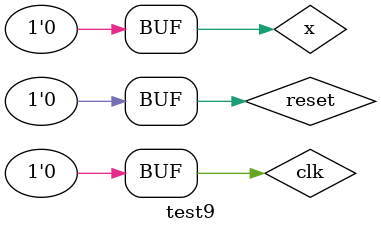
<source format=v>
`timescale 1ns / 1ps


module test9;

	// Inputs
	reg x;
	reg clk;
	reg reset;

	// Outputs
	wire y1;
	wire y2;

	// Instantiate the Unit Under Test (UUT)
	CounterTo99 uut (
		.y1(y1), 
		.y2(y2), 
		.x(x), 
		.clk(clk), 
		.reset(reset)
	);



initial repeat (100) #5 clk=~clk;
	initial begin
		// Initialize Inputs
		x = 0;
		clk = 0;
		reset = 0;

		// Wait 100 ns for global reset to finish
		#100;
        
		// Add stimulus here

	end
      
endmodule


</source>
